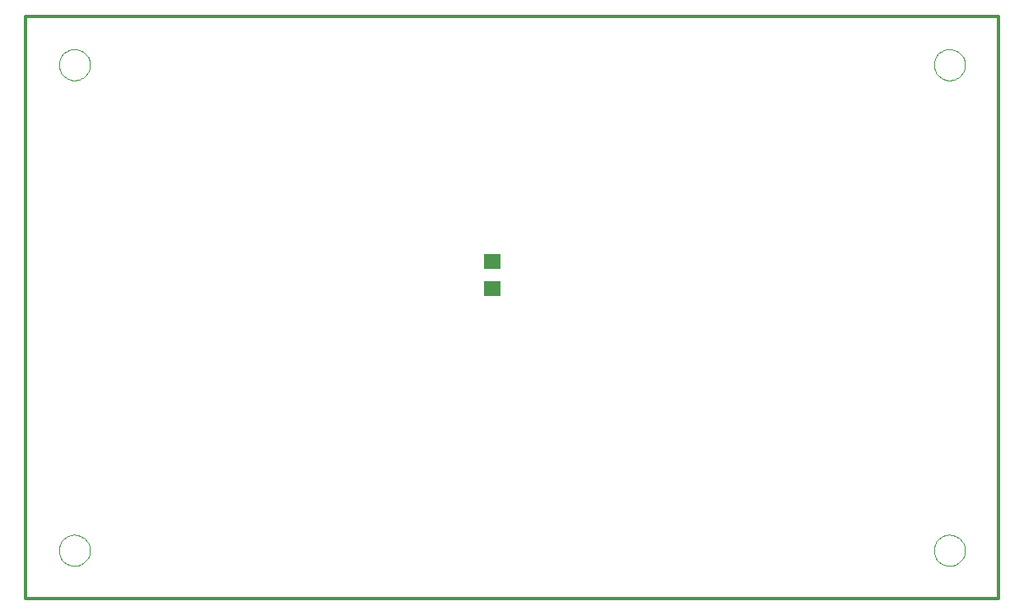
<source format=gbp>
G75*
%MOIN*%
%OFA0B0*%
%FSLAX24Y24*%
%IPPOS*%
%LPD*%
%AMOC8*
5,1,8,0,0,1.08239X$1,22.5*
%
%ADD10C,0.0120*%
%ADD11R,0.0709X0.0630*%
%ADD12C,0.0000*%
D10*
X009609Y006799D02*
X009609Y030421D01*
X048979Y030421D01*
X048979Y006799D01*
X009609Y006799D01*
D11*
X028484Y019374D03*
X028484Y020476D03*
D12*
X010947Y028452D02*
X010949Y028502D01*
X010955Y028552D01*
X010965Y028601D01*
X010979Y028649D01*
X010996Y028696D01*
X011017Y028741D01*
X011042Y028785D01*
X011070Y028826D01*
X011102Y028865D01*
X011136Y028902D01*
X011173Y028936D01*
X011213Y028966D01*
X011255Y028993D01*
X011299Y029017D01*
X011345Y029038D01*
X011392Y029054D01*
X011440Y029067D01*
X011490Y029076D01*
X011539Y029081D01*
X011590Y029082D01*
X011640Y029079D01*
X011689Y029072D01*
X011738Y029061D01*
X011786Y029046D01*
X011832Y029028D01*
X011877Y029006D01*
X011920Y028980D01*
X011961Y028951D01*
X012000Y028919D01*
X012036Y028884D01*
X012068Y028846D01*
X012098Y028806D01*
X012125Y028763D01*
X012148Y028719D01*
X012167Y028673D01*
X012183Y028625D01*
X012195Y028576D01*
X012203Y028527D01*
X012207Y028477D01*
X012207Y028427D01*
X012203Y028377D01*
X012195Y028328D01*
X012183Y028279D01*
X012167Y028231D01*
X012148Y028185D01*
X012125Y028141D01*
X012098Y028098D01*
X012068Y028058D01*
X012036Y028020D01*
X012000Y027985D01*
X011961Y027953D01*
X011920Y027924D01*
X011877Y027898D01*
X011832Y027876D01*
X011786Y027858D01*
X011738Y027843D01*
X011689Y027832D01*
X011640Y027825D01*
X011590Y027822D01*
X011539Y027823D01*
X011490Y027828D01*
X011440Y027837D01*
X011392Y027850D01*
X011345Y027866D01*
X011299Y027887D01*
X011255Y027911D01*
X011213Y027938D01*
X011173Y027968D01*
X011136Y028002D01*
X011102Y028039D01*
X011070Y028078D01*
X011042Y028119D01*
X011017Y028163D01*
X010996Y028208D01*
X010979Y028255D01*
X010965Y028303D01*
X010955Y028352D01*
X010949Y028402D01*
X010947Y028452D01*
X010947Y008767D02*
X010949Y008817D01*
X010955Y008867D01*
X010965Y008916D01*
X010979Y008964D01*
X010996Y009011D01*
X011017Y009056D01*
X011042Y009100D01*
X011070Y009141D01*
X011102Y009180D01*
X011136Y009217D01*
X011173Y009251D01*
X011213Y009281D01*
X011255Y009308D01*
X011299Y009332D01*
X011345Y009353D01*
X011392Y009369D01*
X011440Y009382D01*
X011490Y009391D01*
X011539Y009396D01*
X011590Y009397D01*
X011640Y009394D01*
X011689Y009387D01*
X011738Y009376D01*
X011786Y009361D01*
X011832Y009343D01*
X011877Y009321D01*
X011920Y009295D01*
X011961Y009266D01*
X012000Y009234D01*
X012036Y009199D01*
X012068Y009161D01*
X012098Y009121D01*
X012125Y009078D01*
X012148Y009034D01*
X012167Y008988D01*
X012183Y008940D01*
X012195Y008891D01*
X012203Y008842D01*
X012207Y008792D01*
X012207Y008742D01*
X012203Y008692D01*
X012195Y008643D01*
X012183Y008594D01*
X012167Y008546D01*
X012148Y008500D01*
X012125Y008456D01*
X012098Y008413D01*
X012068Y008373D01*
X012036Y008335D01*
X012000Y008300D01*
X011961Y008268D01*
X011920Y008239D01*
X011877Y008213D01*
X011832Y008191D01*
X011786Y008173D01*
X011738Y008158D01*
X011689Y008147D01*
X011640Y008140D01*
X011590Y008137D01*
X011539Y008138D01*
X011490Y008143D01*
X011440Y008152D01*
X011392Y008165D01*
X011345Y008181D01*
X011299Y008202D01*
X011255Y008226D01*
X011213Y008253D01*
X011173Y008283D01*
X011136Y008317D01*
X011102Y008354D01*
X011070Y008393D01*
X011042Y008434D01*
X011017Y008478D01*
X010996Y008523D01*
X010979Y008570D01*
X010965Y008618D01*
X010955Y008667D01*
X010949Y008717D01*
X010947Y008767D01*
X046380Y008767D02*
X046382Y008817D01*
X046388Y008867D01*
X046398Y008916D01*
X046412Y008964D01*
X046429Y009011D01*
X046450Y009056D01*
X046475Y009100D01*
X046503Y009141D01*
X046535Y009180D01*
X046569Y009217D01*
X046606Y009251D01*
X046646Y009281D01*
X046688Y009308D01*
X046732Y009332D01*
X046778Y009353D01*
X046825Y009369D01*
X046873Y009382D01*
X046923Y009391D01*
X046972Y009396D01*
X047023Y009397D01*
X047073Y009394D01*
X047122Y009387D01*
X047171Y009376D01*
X047219Y009361D01*
X047265Y009343D01*
X047310Y009321D01*
X047353Y009295D01*
X047394Y009266D01*
X047433Y009234D01*
X047469Y009199D01*
X047501Y009161D01*
X047531Y009121D01*
X047558Y009078D01*
X047581Y009034D01*
X047600Y008988D01*
X047616Y008940D01*
X047628Y008891D01*
X047636Y008842D01*
X047640Y008792D01*
X047640Y008742D01*
X047636Y008692D01*
X047628Y008643D01*
X047616Y008594D01*
X047600Y008546D01*
X047581Y008500D01*
X047558Y008456D01*
X047531Y008413D01*
X047501Y008373D01*
X047469Y008335D01*
X047433Y008300D01*
X047394Y008268D01*
X047353Y008239D01*
X047310Y008213D01*
X047265Y008191D01*
X047219Y008173D01*
X047171Y008158D01*
X047122Y008147D01*
X047073Y008140D01*
X047023Y008137D01*
X046972Y008138D01*
X046923Y008143D01*
X046873Y008152D01*
X046825Y008165D01*
X046778Y008181D01*
X046732Y008202D01*
X046688Y008226D01*
X046646Y008253D01*
X046606Y008283D01*
X046569Y008317D01*
X046535Y008354D01*
X046503Y008393D01*
X046475Y008434D01*
X046450Y008478D01*
X046429Y008523D01*
X046412Y008570D01*
X046398Y008618D01*
X046388Y008667D01*
X046382Y008717D01*
X046380Y008767D01*
X046380Y028452D02*
X046382Y028502D01*
X046388Y028552D01*
X046398Y028601D01*
X046412Y028649D01*
X046429Y028696D01*
X046450Y028741D01*
X046475Y028785D01*
X046503Y028826D01*
X046535Y028865D01*
X046569Y028902D01*
X046606Y028936D01*
X046646Y028966D01*
X046688Y028993D01*
X046732Y029017D01*
X046778Y029038D01*
X046825Y029054D01*
X046873Y029067D01*
X046923Y029076D01*
X046972Y029081D01*
X047023Y029082D01*
X047073Y029079D01*
X047122Y029072D01*
X047171Y029061D01*
X047219Y029046D01*
X047265Y029028D01*
X047310Y029006D01*
X047353Y028980D01*
X047394Y028951D01*
X047433Y028919D01*
X047469Y028884D01*
X047501Y028846D01*
X047531Y028806D01*
X047558Y028763D01*
X047581Y028719D01*
X047600Y028673D01*
X047616Y028625D01*
X047628Y028576D01*
X047636Y028527D01*
X047640Y028477D01*
X047640Y028427D01*
X047636Y028377D01*
X047628Y028328D01*
X047616Y028279D01*
X047600Y028231D01*
X047581Y028185D01*
X047558Y028141D01*
X047531Y028098D01*
X047501Y028058D01*
X047469Y028020D01*
X047433Y027985D01*
X047394Y027953D01*
X047353Y027924D01*
X047310Y027898D01*
X047265Y027876D01*
X047219Y027858D01*
X047171Y027843D01*
X047122Y027832D01*
X047073Y027825D01*
X047023Y027822D01*
X046972Y027823D01*
X046923Y027828D01*
X046873Y027837D01*
X046825Y027850D01*
X046778Y027866D01*
X046732Y027887D01*
X046688Y027911D01*
X046646Y027938D01*
X046606Y027968D01*
X046569Y028002D01*
X046535Y028039D01*
X046503Y028078D01*
X046475Y028119D01*
X046450Y028163D01*
X046429Y028208D01*
X046412Y028255D01*
X046398Y028303D01*
X046388Y028352D01*
X046382Y028402D01*
X046380Y028452D01*
M02*

</source>
